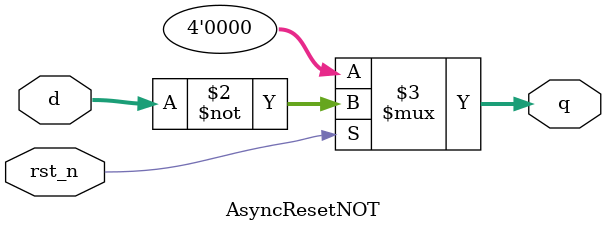
<source format=sv>
module AsyncResetNOT(
    input rst_n,
    input [3:0] d,
    output reg [3:0] q
);
    always @(*) begin
        q = rst_n ? ~d : 4'b0000;  // 复位强制输出低
    end
endmodule


</source>
